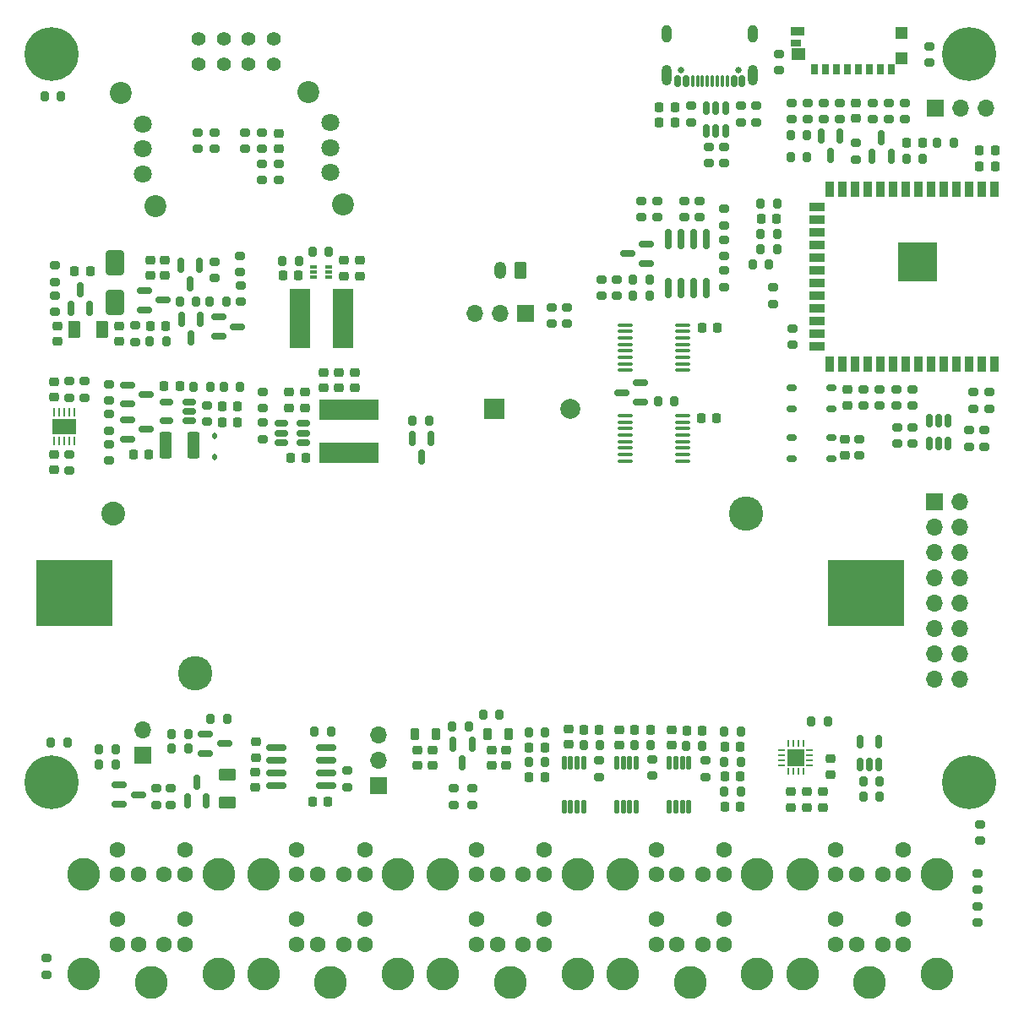
<source format=gts>
G04 #@! TF.GenerationSoftware,KiCad,Pcbnew,8.0.4*
G04 #@! TF.CreationDate,2025-03-13T03:49:55-05:00*
G04 #@! TF.ProjectId,Unify_1,556e6966-795f-4312-9e6b-696361645f70,rev?*
G04 #@! TF.SameCoordinates,Original*
G04 #@! TF.FileFunction,Soldermask,Top*
G04 #@! TF.FilePolarity,Negative*
%FSLAX46Y46*%
G04 Gerber Fmt 4.6, Leading zero omitted, Abs format (unit mm)*
G04 Created by KiCad (PCBNEW 8.0.4) date 2025-03-13 03:49:55*
%MOMM*%
%LPD*%
G01*
G04 APERTURE LIST*
G04 Aperture macros list*
%AMRoundRect*
0 Rectangle with rounded corners*
0 $1 Rounding radius*
0 $2 $3 $4 $5 $6 $7 $8 $9 X,Y pos of 4 corners*
0 Add a 4 corners polygon primitive as box body*
4,1,4,$2,$3,$4,$5,$6,$7,$8,$9,$2,$3,0*
0 Add four circle primitives for the rounded corners*
1,1,$1+$1,$2,$3*
1,1,$1+$1,$4,$5*
1,1,$1+$1,$6,$7*
1,1,$1+$1,$8,$9*
0 Add four rect primitives between the rounded corners*
20,1,$1+$1,$2,$3,$4,$5,0*
20,1,$1+$1,$4,$5,$6,$7,0*
20,1,$1+$1,$6,$7,$8,$9,0*
20,1,$1+$1,$8,$9,$2,$3,0*%
G04 Aperture macros list end*
%ADD10C,1.800000*%
%ADD11C,2.200000*%
%ADD12R,3.900000X3.900000*%
%ADD13R,0.900000X1.500000*%
%ADD14R,1.500000X0.900000*%
%ADD15RoundRect,0.200000X-0.275000X0.200000X-0.275000X-0.200000X0.275000X-0.200000X0.275000X0.200000X0*%
%ADD16R,2.006600X5.994400*%
%ADD17R,5.994400X2.006600*%
%ADD18R,1.680000X1.680000*%
%ADD19RoundRect,0.060000X-0.060000X-0.240000X0.060000X-0.240000X0.060000X0.240000X-0.060000X0.240000X0*%
%ADD20RoundRect,0.060000X0.240000X-0.060000X0.240000X0.060000X-0.240000X0.060000X-0.240000X-0.060000X0*%
%ADD21RoundRect,0.060000X-0.240000X0.060000X-0.240000X-0.060000X0.240000X-0.060000X0.240000X0.060000X0*%
%ADD22RoundRect,0.225000X0.250000X-0.225000X0.250000X0.225000X-0.250000X0.225000X-0.250000X-0.225000X0*%
%ADD23RoundRect,0.225000X0.225000X0.250000X-0.225000X0.250000X-0.225000X-0.250000X0.225000X-0.250000X0*%
%ADD24RoundRect,0.225000X-0.250000X0.225000X-0.250000X-0.225000X0.250000X-0.225000X0.250000X0.225000X0*%
%ADD25RoundRect,0.225000X-0.225000X-0.250000X0.225000X-0.250000X0.225000X0.250000X-0.225000X0.250000X0*%
%ADD26RoundRect,0.200000X0.275000X-0.200000X0.275000X0.200000X-0.275000X0.200000X-0.275000X-0.200000X0*%
%ADD27C,1.400000*%
%ADD28RoundRect,0.102000X3.730000X3.235000X-3.730000X3.235000X-3.730000X-3.235000X3.730000X-3.235000X0*%
%ADD29C,2.390000*%
%ADD30C,3.450000*%
%ADD31RoundRect,0.112500X0.112500X-0.587500X0.112500X0.587500X-0.112500X0.587500X-0.112500X-0.587500X0*%
%ADD32RoundRect,0.150000X0.512500X0.150000X-0.512500X0.150000X-0.512500X-0.150000X0.512500X-0.150000X0*%
%ADD33RoundRect,0.200000X0.200000X0.275000X-0.200000X0.275000X-0.200000X-0.275000X0.200000X-0.275000X0*%
%ADD34RoundRect,0.250000X-0.375000X-1.075000X0.375000X-1.075000X0.375000X1.075000X-0.375000X1.075000X0*%
%ADD35RoundRect,0.112500X-0.112500X0.187500X-0.112500X-0.187500X0.112500X-0.187500X0.112500X0.187500X0*%
%ADD36R,0.711200X0.990600*%
%ADD37R,1.143000X1.193800*%
%ADD38R,1.447800X1.193800*%
%ADD39R,0.990600X0.711200*%
%ADD40R,1.397000X0.889000*%
%ADD41RoundRect,0.085000X-0.265000X-0.085000X0.265000X-0.085000X0.265000X0.085000X-0.265000X0.085000X0*%
%ADD42RoundRect,0.100000X-0.637500X-0.100000X0.637500X-0.100000X0.637500X0.100000X-0.637500X0.100000X0*%
%ADD43R,2.350000X1.580000*%
%ADD44RoundRect,0.062500X0.062500X-0.350000X0.062500X0.350000X-0.062500X0.350000X-0.062500X-0.350000X0*%
%ADD45RoundRect,0.200000X-0.200000X-0.275000X0.200000X-0.275000X0.200000X0.275000X-0.200000X0.275000X0*%
%ADD46RoundRect,0.150000X-0.587500X-0.150000X0.587500X-0.150000X0.587500X0.150000X-0.587500X0.150000X0*%
%ADD47RoundRect,0.150000X0.150000X-0.587500X0.150000X0.587500X-0.150000X0.587500X-0.150000X-0.587500X0*%
%ADD48RoundRect,0.150000X0.587500X0.150000X-0.587500X0.150000X-0.587500X-0.150000X0.587500X-0.150000X0*%
%ADD49RoundRect,0.150000X-0.150000X0.587500X-0.150000X-0.587500X0.150000X-0.587500X0.150000X0.587500X0*%
%ADD50R,1.700000X1.700000*%
%ADD51O,1.700000X1.700000*%
%ADD52RoundRect,0.250000X0.625000X-0.375000X0.625000X0.375000X-0.625000X0.375000X-0.625000X-0.375000X0*%
%ADD53RoundRect,0.250000X0.650000X-1.000000X0.650000X1.000000X-0.650000X1.000000X-0.650000X-1.000000X0*%
%ADD54C,2.000000*%
%ADD55R,2.000000X2.000000*%
%ADD56RoundRect,0.218750X-0.218750X-0.256250X0.218750X-0.256250X0.218750X0.256250X-0.218750X0.256250X0*%
%ADD57C,1.600000*%
%ADD58C,3.300000*%
%ADD59O,1.000000X1.800000*%
%ADD60O,1.000000X2.100000*%
%ADD61RoundRect,0.150000X0.150000X0.425000X-0.150000X0.425000X-0.150000X-0.425000X0.150000X-0.425000X0*%
%ADD62RoundRect,0.075000X0.075000X0.500000X-0.075000X0.500000X-0.075000X-0.500000X0.075000X-0.500000X0*%
%ADD63C,0.650000*%
%ADD64RoundRect,0.250000X0.375000X0.625000X-0.375000X0.625000X-0.375000X-0.625000X0.375000X-0.625000X0*%
%ADD65O,1.200000X1.750000*%
%ADD66RoundRect,0.250000X0.350000X0.625000X-0.350000X0.625000X-0.350000X-0.625000X0.350000X-0.625000X0*%
%ADD67C,5.400000*%
%ADD68RoundRect,0.218750X-0.218750X-0.381250X0.218750X-0.381250X0.218750X0.381250X-0.218750X0.381250X0*%
%ADD69RoundRect,0.150000X0.150000X-0.825000X0.150000X0.825000X-0.150000X0.825000X-0.150000X-0.825000X0*%
%ADD70RoundRect,0.150000X-0.825000X-0.150000X0.825000X-0.150000X0.825000X0.150000X-0.825000X0.150000X0*%
%ADD71RoundRect,0.150000X-0.150000X0.512500X-0.150000X-0.512500X0.150000X-0.512500X0.150000X0.512500X0*%
%ADD72RoundRect,0.150000X0.150000X-0.512500X0.150000X0.512500X-0.150000X0.512500X-0.150000X-0.512500X0*%
%ADD73RoundRect,0.218750X0.218750X0.256250X-0.218750X0.256250X-0.218750X-0.256250X0.218750X-0.256250X0*%
%ADD74RoundRect,0.175000X-0.325000X-0.175000X0.325000X-0.175000X0.325000X0.175000X-0.325000X0.175000X0*%
G04 APERTURE END LIST*
D10*
X143200000Y-66000000D03*
X143200000Y-63500000D03*
X143200000Y-61000000D03*
D11*
X144400000Y-69200000D03*
X141000000Y-57900000D03*
D10*
X162000000Y-65850000D03*
X162000000Y-63350000D03*
X162000000Y-60850000D03*
D11*
X163200000Y-69050000D03*
X159800000Y-57750000D03*
D12*
X220800000Y-74800000D03*
D13*
X228520000Y-85050000D03*
X227250000Y-85050000D03*
X225980000Y-85050000D03*
X224710000Y-85050000D03*
X223440000Y-85050000D03*
X222170000Y-85050000D03*
X220900000Y-85050000D03*
X219630000Y-85050000D03*
X218360000Y-85050000D03*
X217090000Y-85050000D03*
X215820000Y-85050000D03*
X214550000Y-85050000D03*
X213280000Y-85050000D03*
X212010000Y-85050000D03*
D14*
X210760000Y-83285000D03*
X210760000Y-82015000D03*
X210760000Y-80745000D03*
X210760000Y-79475000D03*
X210760000Y-78205000D03*
X210760000Y-76935000D03*
X210760000Y-75665000D03*
X210760000Y-74395000D03*
X210760000Y-73125000D03*
X210760000Y-71855000D03*
X210760000Y-70585000D03*
X210760000Y-69315000D03*
D13*
X212010000Y-67550000D03*
X213280000Y-67550000D03*
X214550000Y-67550000D03*
X215820000Y-67550000D03*
X217090000Y-67550000D03*
X218360000Y-67550000D03*
X219630000Y-67550000D03*
X220900000Y-67550000D03*
X222170000Y-67550000D03*
X223440000Y-67550000D03*
X224710000Y-67550000D03*
X225980000Y-67550000D03*
X227250000Y-67550000D03*
X228520000Y-67550000D03*
D15*
X218800000Y-91375000D03*
X218800000Y-93025000D03*
X220300000Y-91375000D03*
X220300000Y-93025000D03*
D16*
X163209000Y-80450000D03*
X158891000Y-80450000D03*
D17*
X163846500Y-93918000D03*
X163846500Y-89600000D03*
D18*
X208605000Y-124480000D03*
D19*
X207855000Y-123080000D03*
X208355000Y-123080000D03*
X208855000Y-123080000D03*
X209355000Y-123080000D03*
D20*
X210005000Y-123730000D03*
X210005000Y-124230000D03*
X210005000Y-124730000D03*
X210005000Y-125230000D03*
D19*
X209355000Y-125880000D03*
X208855000Y-125880000D03*
X208355000Y-125880000D03*
X207855000Y-125880000D03*
D20*
X207205000Y-125230000D03*
X207205000Y-124730000D03*
D21*
X207205000Y-124230000D03*
D20*
X207205000Y-123730000D03*
D22*
X154500000Y-124475000D03*
X154500000Y-122925000D03*
D23*
X143756250Y-94100000D03*
X142206250Y-94100000D03*
D24*
X208100000Y-127920000D03*
X208100000Y-129470000D03*
D25*
X151106250Y-89300000D03*
X152656250Y-89300000D03*
D22*
X159446500Y-87884000D03*
X159446500Y-89434000D03*
X162846500Y-87434000D03*
X162846500Y-85884000D03*
X161246500Y-87434000D03*
X161246500Y-85884000D03*
D25*
X151106250Y-90900000D03*
X152656250Y-90900000D03*
D24*
X164900000Y-74675000D03*
X164900000Y-76225000D03*
X163300000Y-74675000D03*
X163300000Y-76225000D03*
X134600000Y-81225000D03*
X134600000Y-82775000D03*
D22*
X143900000Y-76175000D03*
X143900000Y-74625000D03*
X145400000Y-76175000D03*
X145400000Y-74625000D03*
D26*
X201400000Y-74225000D03*
X201400000Y-72575000D03*
D27*
X156300000Y-52415816D03*
X156300000Y-54955816D03*
X153760000Y-52415816D03*
X153760000Y-54955816D03*
X151300000Y-52415816D03*
X151300000Y-54955816D03*
X148760000Y-52415816D03*
X148760000Y-54955816D03*
D28*
X215670000Y-108000000D03*
X136330000Y-108000000D03*
D29*
X140180000Y-100000000D03*
D30*
X148400000Y-116000000D03*
X203600000Y-100000000D03*
D31*
X195925000Y-129412500D03*
X196575000Y-129412500D03*
X197225000Y-129412500D03*
X197875000Y-129412500D03*
X197875000Y-125012500D03*
X197225000Y-125012500D03*
X196575000Y-125012500D03*
X195925000Y-125012500D03*
X190650000Y-129387500D03*
X191300000Y-129387500D03*
X191950000Y-129387500D03*
X192600000Y-129387500D03*
X192600000Y-124987500D03*
X191950000Y-124987500D03*
X191300000Y-124987500D03*
X190650000Y-124987500D03*
X185387500Y-129420000D03*
X186037500Y-129420000D03*
X186687500Y-129420000D03*
X187337500Y-129420000D03*
X187337500Y-125020000D03*
X186687500Y-125020000D03*
X186037500Y-125020000D03*
X185387500Y-125020000D03*
D32*
X145537500Y-90743750D03*
X145537500Y-88843750D03*
X147812500Y-88843750D03*
X147812500Y-89793750D03*
X147812500Y-90743750D03*
D33*
X149906250Y-87300000D03*
X148256250Y-87300000D03*
D26*
X149581250Y-89168750D03*
X149581250Y-90818750D03*
D34*
X148281250Y-93193750D03*
X145481250Y-93193750D03*
D35*
X150381250Y-94350000D03*
X150381250Y-92250000D03*
D36*
X210449999Y-55484000D03*
X211550000Y-55484000D03*
X212650000Y-55484000D03*
X213750000Y-55484000D03*
X214850001Y-55484000D03*
X215950001Y-55484000D03*
X217050002Y-55484000D03*
X218149999Y-55484000D03*
D37*
X219225001Y-51844000D03*
X219225001Y-54434000D03*
D38*
X208824999Y-53994001D03*
D39*
X208600001Y-52844000D03*
D40*
X208800000Y-51694000D03*
D41*
X160300000Y-75300000D03*
X160300000Y-75800000D03*
X160300000Y-76300000D03*
X161800000Y-76300000D03*
X161800000Y-75800000D03*
X161800000Y-75300000D03*
D42*
X191525000Y-90225000D03*
X191525000Y-90875000D03*
X191525000Y-91525000D03*
X191525000Y-92175000D03*
X191525000Y-92825000D03*
X191525000Y-93475000D03*
X191525000Y-94125000D03*
X191525000Y-94775000D03*
X197250000Y-94775000D03*
X197250000Y-94125000D03*
X197250000Y-93475000D03*
X197250000Y-92825000D03*
X197250000Y-92175000D03*
X197250000Y-91525000D03*
X197250000Y-90875000D03*
X197250000Y-90225000D03*
D32*
X159284000Y-92909000D03*
X159284000Y-91959000D03*
X159284000Y-91009000D03*
X157009000Y-91009000D03*
X157009000Y-91959000D03*
X157009000Y-92909000D03*
D43*
X135310000Y-91305000D03*
D44*
X134310000Y-89867500D03*
X134810000Y-89867500D03*
X135310000Y-89867500D03*
X135810000Y-89867500D03*
X136310000Y-89867500D03*
X136310000Y-92742500D03*
X135810000Y-92742500D03*
X135310000Y-92742500D03*
X134810000Y-92742500D03*
X134310000Y-92742500D03*
D33*
X140425000Y-125200000D03*
X138775000Y-125200000D03*
D45*
X146045000Y-123615000D03*
X147695000Y-123615000D03*
D26*
X144500000Y-129225000D03*
X144500000Y-127575000D03*
D33*
X147695000Y-122115000D03*
X146045000Y-122115000D03*
D45*
X149975000Y-120600000D03*
X151625000Y-120600000D03*
D15*
X146000000Y-127575000D03*
X146000000Y-129225000D03*
X227500000Y-91675000D03*
X227500000Y-93325000D03*
D26*
X226000000Y-93325000D03*
X226000000Y-91675000D03*
D33*
X224425000Y-62900000D03*
X222775000Y-62900000D03*
X171825000Y-90700000D03*
X170175000Y-90700000D03*
X158825000Y-74700000D03*
X157175000Y-74700000D03*
D45*
X177275000Y-120200000D03*
X178925000Y-120200000D03*
D33*
X161825000Y-73800000D03*
X160175000Y-73800000D03*
X175825000Y-121400000D03*
X174175000Y-121400000D03*
D45*
X208075000Y-64300000D03*
X209725000Y-64300000D03*
D15*
X139781250Y-88725000D03*
X139781250Y-87075000D03*
X155146500Y-90934000D03*
X155146500Y-92584000D03*
D26*
X214600000Y-64525000D03*
X214600000Y-62875000D03*
D33*
X221325000Y-64500000D03*
X219675000Y-64500000D03*
D26*
X139781250Y-90075000D03*
X139781250Y-91725000D03*
D15*
X155146500Y-87834000D03*
X155146500Y-89484000D03*
X139781250Y-94725000D03*
X139781250Y-93075000D03*
D26*
X135800000Y-88425000D03*
X135800000Y-86775000D03*
X137300000Y-88425000D03*
X137300000Y-86775000D03*
D33*
X151525000Y-78800000D03*
X149875000Y-78800000D03*
D26*
X150400000Y-76425000D03*
X150400000Y-74775000D03*
D15*
X134400000Y-78175000D03*
X134400000Y-79825000D03*
X153000000Y-77175000D03*
X153000000Y-78825000D03*
D26*
X135800000Y-95725000D03*
X135800000Y-94075000D03*
X152900000Y-75825000D03*
X152900000Y-74175000D03*
D45*
X146875000Y-78800000D03*
X148525000Y-78800000D03*
X143875000Y-82800000D03*
X145525000Y-82800000D03*
D15*
X142400000Y-81175000D03*
X142400000Y-82825000D03*
D45*
X208075000Y-62075000D03*
X209725000Y-62075000D03*
D26*
X185700000Y-79375000D03*
X185700000Y-81025000D03*
X189100000Y-78225000D03*
X189100000Y-76575000D03*
D45*
X192275000Y-78200000D03*
X193925000Y-78200000D03*
D15*
X190700000Y-76575000D03*
X190700000Y-78225000D03*
D45*
X192275000Y-76600000D03*
X193925000Y-76600000D03*
D15*
X155100000Y-64950000D03*
X155100000Y-66600000D03*
D46*
X140825000Y-127250000D03*
X140825000Y-129150000D03*
X142700000Y-128200000D03*
X149462500Y-122150000D03*
X149462500Y-124050000D03*
X151337500Y-123100000D03*
D47*
X147650000Y-128837500D03*
X149550000Y-128837500D03*
X148600000Y-126962500D03*
D48*
X191162500Y-87900000D03*
X193037500Y-86950000D03*
X193037500Y-88850000D03*
D49*
X172075000Y-92462500D03*
X170175000Y-92462500D03*
X171125000Y-94337500D03*
X176150000Y-123125000D03*
X174250000Y-123125000D03*
X175200000Y-125000000D03*
D46*
X143481250Y-88100000D03*
X141606250Y-89050000D03*
X141606250Y-87150000D03*
D47*
X216250000Y-64237500D03*
X218150000Y-64237500D03*
X217200000Y-62362500D03*
D46*
X143481250Y-91600000D03*
X141606250Y-92550000D03*
X141606250Y-90650000D03*
D49*
X148850000Y-75125000D03*
X146950000Y-75125000D03*
X147900000Y-77000000D03*
X148950000Y-80562500D03*
X147050000Y-80562500D03*
X148000000Y-82437500D03*
D47*
X135950000Y-79437500D03*
X137850000Y-79437500D03*
X136900000Y-77562500D03*
D46*
X143300000Y-77700000D03*
X143300000Y-79600000D03*
X145175000Y-78650000D03*
D48*
X193637500Y-74950000D03*
X193637500Y-73050000D03*
X191762500Y-74000000D03*
D50*
X143200000Y-124275000D03*
D51*
X143200000Y-121735000D03*
X225000000Y-116660000D03*
X222460000Y-116660000D03*
X225000000Y-114120000D03*
X222460000Y-114120000D03*
X225000000Y-111580000D03*
X222460000Y-111580000D03*
X225000000Y-109040000D03*
X222460000Y-109040000D03*
X225000000Y-106500000D03*
X222460000Y-106500000D03*
X225000000Y-103960000D03*
X222460000Y-103960000D03*
X225000000Y-101420000D03*
X222460000Y-101420000D03*
X225000000Y-98880000D03*
D50*
X222460000Y-98880000D03*
X222600000Y-59400000D03*
D51*
X225140000Y-59400000D03*
X227680000Y-59400000D03*
D52*
X151600000Y-129000000D03*
X151600000Y-126200000D03*
D53*
X140400000Y-78900000D03*
X140400000Y-74900000D03*
D25*
X199112500Y-90500000D03*
X200662500Y-90500000D03*
D23*
X158775000Y-76200000D03*
X157225000Y-76200000D03*
D22*
X164446500Y-87434000D03*
X164446500Y-85884000D03*
D25*
X219725000Y-62900000D03*
X221275000Y-62900000D03*
D23*
X159521500Y-94459000D03*
X157971500Y-94459000D03*
D22*
X157846500Y-87884000D03*
X157846500Y-89434000D03*
D23*
X137875000Y-75700000D03*
X136325000Y-75700000D03*
D24*
X134300000Y-94125000D03*
X134300000Y-95675000D03*
D22*
X134300000Y-88375000D03*
X134300000Y-86825000D03*
D25*
X143925000Y-81200000D03*
X145475000Y-81200000D03*
D24*
X140800000Y-81225000D03*
X140800000Y-82775000D03*
X172200000Y-125275000D03*
X172200000Y-123725000D03*
D22*
X196125000Y-123275000D03*
X196125000Y-121725000D03*
D33*
X194775000Y-88800000D03*
X196425000Y-88800000D03*
D50*
X166800000Y-127325000D03*
D51*
X166800000Y-124785000D03*
X166800000Y-122245000D03*
D54*
X186000000Y-89500000D03*
D55*
X178400000Y-89500000D03*
D25*
X227025000Y-63604394D03*
X228575000Y-63604394D03*
D15*
X198100000Y-59175000D03*
X198100000Y-60825000D03*
D45*
X138775000Y-123700000D03*
X140425000Y-123700000D03*
D56*
X205100000Y-70500000D03*
X206675000Y-70500000D03*
D45*
X181825000Y-124950000D03*
X183475000Y-124950000D03*
D57*
X145300000Y-143200000D03*
X142700000Y-143200000D03*
X147400000Y-143200000D03*
X140600000Y-143200000D03*
X147400000Y-140700000D03*
X140600000Y-140700000D03*
X145300000Y-136200000D03*
X142700000Y-136200000D03*
X147400000Y-136200000D03*
X140600000Y-136200000D03*
X147400000Y-133700000D03*
X140600000Y-133700000D03*
D58*
X137250000Y-136200000D03*
X137250000Y-146200000D03*
X144000000Y-147000000D03*
X150750000Y-136200000D03*
X150750000Y-146200000D03*
D26*
X219500000Y-60500000D03*
X219500000Y-58850000D03*
D59*
X195680000Y-51925000D03*
D60*
X195680000Y-56105000D03*
D59*
X204320000Y-51925000D03*
D60*
X204320000Y-56105000D03*
D61*
X203200000Y-56680000D03*
X202400000Y-56680000D03*
D62*
X201750000Y-56680000D03*
X200750000Y-56680000D03*
X199250000Y-56680000D03*
X198250000Y-56680000D03*
D61*
X197600000Y-56680000D03*
X196800000Y-56680000D03*
X196800000Y-56680000D03*
X197600000Y-56680000D03*
D62*
X198750000Y-56680000D03*
X199750000Y-56680000D03*
X200250000Y-56680000D03*
X201250000Y-56680000D03*
D61*
X202400000Y-56680000D03*
X203200000Y-56680000D03*
D63*
X197110000Y-55605000D03*
X202890000Y-55605000D03*
D33*
X203100000Y-124900000D03*
X201450000Y-124900000D03*
D26*
X220300000Y-87575000D03*
X220300000Y-89225000D03*
D64*
X139100000Y-81600000D03*
X136300000Y-81600000D03*
D22*
X156800000Y-63450000D03*
X156800000Y-61900000D03*
D26*
X208300000Y-83125000D03*
X208300000Y-81475000D03*
D15*
X199900000Y-63275000D03*
X199900000Y-64925000D03*
D26*
X217000000Y-87575000D03*
X217000000Y-89225000D03*
D15*
X201400000Y-63275000D03*
X201400000Y-64925000D03*
D45*
X151256250Y-87300000D03*
X152906250Y-87300000D03*
D22*
X185825000Y-123175000D03*
X185825000Y-121625000D03*
D57*
X181300000Y-143200000D03*
X178700000Y-143200000D03*
X183400000Y-143200000D03*
X176600000Y-143200000D03*
X183400000Y-140700000D03*
X176600000Y-140700000D03*
X181300000Y-136200000D03*
X178700000Y-136200000D03*
X183400000Y-136200000D03*
X176600000Y-136200000D03*
X183400000Y-133700000D03*
X176600000Y-133700000D03*
D58*
X173250000Y-136200000D03*
X173250000Y-146200000D03*
X180000000Y-147000000D03*
X186750000Y-136200000D03*
X186750000Y-146200000D03*
D65*
X179000000Y-75650000D03*
D66*
X181000000Y-75650000D03*
D51*
X176420000Y-79950000D03*
X178960000Y-79950000D03*
D50*
X181500000Y-79950000D03*
D25*
X227025000Y-65200000D03*
X228575000Y-65200000D03*
D15*
X133500000Y-144575000D03*
X133500000Y-146225000D03*
D25*
X192475000Y-121700000D03*
X194025000Y-121700000D03*
D24*
X211300000Y-127925000D03*
X211300000Y-129475000D03*
D15*
X163625000Y-125810000D03*
X163625000Y-127460000D03*
D25*
X199212500Y-81400000D03*
X200762500Y-81400000D03*
D45*
X205075000Y-73500000D03*
X206725000Y-73500000D03*
X160375000Y-121900000D03*
X162025000Y-121900000D03*
D15*
X148700000Y-61850000D03*
X148700000Y-63500000D03*
D25*
X181875000Y-126450000D03*
X183425000Y-126450000D03*
D24*
X214600000Y-58900000D03*
X214600000Y-60450000D03*
D58*
X222750000Y-146200000D03*
X222750000Y-136200000D03*
X216000000Y-147000000D03*
X209250000Y-146200000D03*
X209250000Y-136200000D03*
D57*
X212600000Y-133700000D03*
X219400000Y-133700000D03*
X212600000Y-136200000D03*
X219400000Y-136200000D03*
X214700000Y-136200000D03*
X217300000Y-136200000D03*
X212600000Y-140700000D03*
X219400000Y-140700000D03*
X212600000Y-143200000D03*
X219400000Y-143200000D03*
X214700000Y-143200000D03*
X217300000Y-143200000D03*
D33*
X135625000Y-123000000D03*
X133975000Y-123000000D03*
D24*
X212125000Y-124625000D03*
X212125000Y-126175000D03*
D15*
X226800000Y-139375000D03*
X226800000Y-141025000D03*
D57*
X163300000Y-143200000D03*
X160700000Y-143200000D03*
X165400000Y-143200000D03*
X158600000Y-143200000D03*
X165400000Y-140700000D03*
X158600000Y-140700000D03*
X163300000Y-136200000D03*
X160700000Y-136200000D03*
X165400000Y-136200000D03*
X158600000Y-136200000D03*
X165400000Y-133700000D03*
X158600000Y-133700000D03*
D58*
X155250000Y-136200000D03*
X155250000Y-146200000D03*
X162000000Y-147000000D03*
X168750000Y-136200000D03*
X168750000Y-146200000D03*
D26*
X209800000Y-60500000D03*
X209800000Y-58850000D03*
D67*
X226000000Y-54000000D03*
D25*
X187350000Y-121700000D03*
X188900000Y-121700000D03*
D26*
X217900000Y-60500000D03*
X217900000Y-58850000D03*
D15*
X184120000Y-81025000D03*
X184120000Y-79375000D03*
X176200000Y-127575000D03*
X176200000Y-129225000D03*
D23*
X161700000Y-128935000D03*
X160150000Y-128935000D03*
D24*
X179600000Y-125275000D03*
X179600000Y-123725000D03*
D68*
X179862500Y-122100000D03*
X177737500Y-122100000D03*
D67*
X134000000Y-54000000D03*
D33*
X217000000Y-126862500D03*
X215350000Y-126862500D03*
D69*
X195860000Y-77455552D03*
X197130000Y-77455552D03*
X198400000Y-77455552D03*
X199670000Y-77455552D03*
X199670000Y-72505552D03*
X198400000Y-72505552D03*
X197130000Y-72505552D03*
X195860000Y-72505552D03*
D24*
X213500000Y-92625000D03*
X213500000Y-94175000D03*
D26*
X226400000Y-89525000D03*
X226400000Y-87875000D03*
D33*
X206725000Y-69000000D03*
X205075000Y-69000000D03*
D25*
X197650000Y-121800000D03*
X199200000Y-121800000D03*
D24*
X178100000Y-125275000D03*
X178100000Y-123725000D03*
D15*
X201400000Y-75675000D03*
X201400000Y-77325000D03*
D67*
X226000000Y-127000000D03*
D70*
X156550000Y-123530000D03*
X156550000Y-124800000D03*
X156550000Y-126070000D03*
X156550000Y-127340000D03*
X161500000Y-127340000D03*
X161500000Y-126070000D03*
X161500000Y-124800000D03*
X161500000Y-123530000D03*
D22*
X190950000Y-123250000D03*
X190950000Y-121700000D03*
D23*
X203025000Y-129400000D03*
X201475000Y-129400000D03*
D26*
X156800000Y-66600000D03*
X156800000Y-64950000D03*
D23*
X203025000Y-123400000D03*
X201475000Y-123400000D03*
D45*
X187325000Y-123200000D03*
X188975000Y-123200000D03*
D15*
X150400000Y-61850000D03*
X150400000Y-63500000D03*
D33*
X211825000Y-120900000D03*
X210175000Y-120900000D03*
D26*
X206300000Y-79025000D03*
X206300000Y-77375000D03*
D24*
X170700000Y-125275000D03*
X170700000Y-123725000D03*
D25*
X194930001Y-60800000D03*
X196480001Y-60800000D03*
D33*
X203075000Y-121900000D03*
X201425000Y-121900000D03*
D26*
X211400000Y-60500000D03*
X211400000Y-58850000D03*
X215000000Y-94225000D03*
X215000000Y-92575000D03*
D46*
X150762500Y-80350000D03*
X150762500Y-82250000D03*
X152637500Y-81300000D03*
D71*
X201550000Y-59425000D03*
X200600000Y-59425000D03*
X199650000Y-59425000D03*
X199650000Y-61700000D03*
X200600000Y-61700000D03*
X201550000Y-61700000D03*
D26*
X193100000Y-70325000D03*
X193100000Y-68675000D03*
X215400000Y-89225000D03*
X215400000Y-87575000D03*
D72*
X215025000Y-125200000D03*
X215975000Y-125200000D03*
X216925000Y-125200000D03*
X216925000Y-122925000D03*
X215025000Y-122925000D03*
D67*
X134000000Y-127000000D03*
D33*
X203100000Y-127900000D03*
X201450000Y-127900000D03*
D24*
X209700000Y-127925000D03*
X209700000Y-129475000D03*
D15*
X206900000Y-53975000D03*
X206900000Y-55625000D03*
D45*
X197600000Y-123300000D03*
X199250000Y-123300000D03*
D26*
X188925000Y-126425000D03*
X188925000Y-124775000D03*
X226800000Y-137725000D03*
X226800000Y-136075000D03*
D23*
X203050000Y-126400000D03*
X201500000Y-126400000D03*
D68*
X172562500Y-122100000D03*
X170437500Y-122100000D03*
D73*
X196487500Y-59300000D03*
X194912500Y-59300000D03*
D26*
X227100000Y-132825000D03*
X227100000Y-131175000D03*
X208200000Y-60500000D03*
X208200000Y-58850000D03*
D33*
X134955000Y-58210000D03*
X133305000Y-58210000D03*
D26*
X194250000Y-126325000D03*
X194250000Y-124675000D03*
X216300000Y-60500000D03*
X216300000Y-58850000D03*
D74*
X208200000Y-92400000D03*
X212200000Y-92400000D03*
X208200000Y-94550000D03*
X212200000Y-94550000D03*
D15*
X201400000Y-69475000D03*
X201400000Y-71125000D03*
D58*
X204750000Y-146200000D03*
X204750000Y-136200000D03*
X198000000Y-147000000D03*
X191250000Y-146200000D03*
X191250000Y-136200000D03*
D57*
X194600000Y-133700000D03*
X201400000Y-133700000D03*
X194600000Y-136200000D03*
X201400000Y-136200000D03*
X196700000Y-136200000D03*
X199300000Y-136200000D03*
X194600000Y-140700000D03*
X201400000Y-140700000D03*
X194600000Y-143200000D03*
X201400000Y-143200000D03*
X196700000Y-143200000D03*
X199300000Y-143200000D03*
D42*
X191525000Y-81125000D03*
X191525000Y-81775000D03*
X191525000Y-82425000D03*
X191525000Y-83075000D03*
X191525000Y-83725000D03*
X191525000Y-84375000D03*
X191525000Y-85025000D03*
X191525000Y-85675000D03*
X197250000Y-85675000D03*
X197250000Y-85025000D03*
X197250000Y-84375000D03*
X197250000Y-83725000D03*
X197250000Y-83075000D03*
X197250000Y-82425000D03*
X197250000Y-81775000D03*
X197250000Y-81125000D03*
D26*
X204600000Y-60825000D03*
X204600000Y-59175000D03*
X222000000Y-54825000D03*
X222000000Y-53175000D03*
D71*
X223850000Y-90762500D03*
X222900000Y-90762500D03*
X221950000Y-90762500D03*
X221950000Y-93037500D03*
X222900000Y-93037500D03*
X223850000Y-93037500D03*
D26*
X218700000Y-87575000D03*
X218700000Y-89225000D03*
D24*
X154425000Y-125960000D03*
X154425000Y-127510000D03*
D25*
X146850000Y-87293750D03*
X145300000Y-87293750D03*
D24*
X213800000Y-87625000D03*
X213800000Y-89175000D03*
D15*
X155100000Y-61850000D03*
X155100000Y-63500000D03*
X203100000Y-59175000D03*
X203100000Y-60825000D03*
D45*
X215350000Y-128362500D03*
X217000000Y-128362500D03*
D15*
X228000000Y-87875000D03*
X228000000Y-89525000D03*
D25*
X181875000Y-123450000D03*
X183425000Y-123450000D03*
D45*
X205925000Y-75100000D03*
X204275000Y-75100000D03*
D26*
X199525000Y-126425000D03*
X199525000Y-124775000D03*
D15*
X194700000Y-68675000D03*
X194700000Y-70325000D03*
X199000000Y-68675000D03*
X199000000Y-70325000D03*
D26*
X213000000Y-60500000D03*
X213000000Y-58850000D03*
D45*
X192425000Y-123200000D03*
X194075000Y-123200000D03*
D15*
X197400000Y-68675000D03*
X197400000Y-70325000D03*
X153400000Y-61850000D03*
X153400000Y-63500000D03*
D45*
X181825000Y-121950000D03*
X183475000Y-121950000D03*
D15*
X174300000Y-127575000D03*
X174300000Y-129225000D03*
D45*
X205075000Y-72000000D03*
X206725000Y-72000000D03*
D74*
X208200000Y-87400000D03*
X212200000Y-87400000D03*
X208200000Y-89550000D03*
X212200000Y-89550000D03*
D15*
X134400000Y-75175000D03*
X134400000Y-76825000D03*
D49*
X213050000Y-62225000D03*
X211150000Y-62225000D03*
X212100000Y-64100000D03*
M02*

</source>
